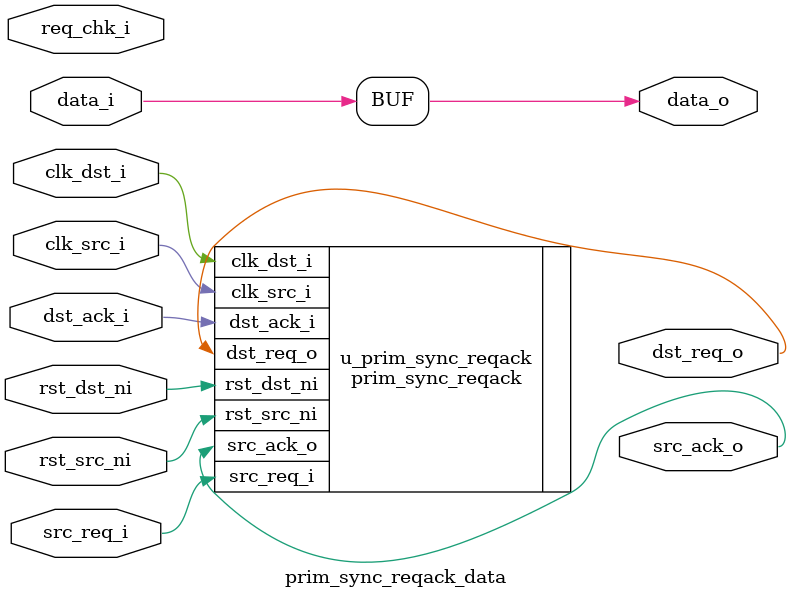
<source format=sv>

module prim_sync_reqack_data #(
  parameter int unsigned Width       = 1,
  parameter bit          DataSrc2Dst = 1'b1, // Direction of data flow: 1'b1 = SRC to DST,
                                             //                         1'b0 = DST to SRC
  parameter bit          DataReg     = 1'b0  // Enable optional register stage for data,
                                             // only usable with DataSrc2Dst == 1'b0.
) (
  input  clk_src_i,       // REQ side, SRC domain
  input  rst_src_ni,      // REQ side, SRC domain
  input  clk_dst_i,       // ACK side, DST domain
  input  rst_dst_ni,      // ACK side, DST domain

  input  logic req_chk_i, // Used for gating assertions. Drive to 1 during normal operation.

  input  logic src_req_i, // REQ side, SRC domain
  output logic src_ack_o, // REQ side, SRC domain
  output logic dst_req_o, // ACK side, DST domain
  input  logic dst_ack_i, // ACK side, DST domain

  input  logic [Width-1:0] data_i,
  output logic [Width-1:0] data_o
);

  ////////////////////////////////////
  // REQ/ACK synchronizer primitive //
  ////////////////////////////////////
  prim_sync_reqack u_prim_sync_reqack (
    .clk_src_i,
    .rst_src_ni,
    .clk_dst_i,
    .rst_dst_ni,
    .src_req_i,
    .src_ack_o,
    .dst_req_o,
    .dst_ack_i
  );

  /////////////////////////
  // Data register stage //
  /////////////////////////
  // Optional - Only relevant if the data flows from DST to SRC. In this case, it must be ensured
  // that the data remains stable until the ACK becomes visible in the SRC domain.
  //
  // Note that for larger data widths, it is recommended to adjust the data sender to hold the data
  // stable until the next REQ in order to save the cost of this register stage.
  if (DataSrc2Dst == 1'b0 && DataReg == 1'b1) begin : gen_data_reg
    logic             data_we;
    logic [Width-1:0] data_d, data_q;

    // Sample the data when seing the REQ/ACK handshake in the DST domain.
    assign data_we = dst_req_o & dst_ack_i;
    assign data_d  = data_i;
    always_ff @(posedge clk_dst_i or negedge rst_dst_ni) begin
      if (!rst_dst_ni) begin
        data_q <= '0;
      end else if (data_we) begin
        data_q <= data_d;
      end
    end
    assign data_o = data_q;

  end else begin : gen_no_data_reg
    // Just feed through the data.
    assign data_o = data_i;
  end

  ////////////////
  // Assertions //
  ////////////////
  if (DataSrc2Dst == 1'b1) begin : gen_assert_data_src2dst
    // SRC domain cannot change data while waiting for ACK.
 
  end else if (DataSrc2Dst == 1'b0 && DataReg == 1'b0) begin : gen_assert_data_dst2src
    // DST domain shall not change data while waiting for SRC domain to latch it (together with
    // receiving ACK). It takes 2 SRC cycles for ACK to cross over from DST to SRC, and 1 SRC cycle
    // for the next REQ to cross over from SRC to DST.
    //
    // Denote the src clock where REQ & ACK as time zero. The data flowing through the CDC could be
    // corrupted if data_o was not stable over the previous 2 clock cycles (so we want to check time
    // points -2, -1 and 0). Moreover, the DST domain cannot know that it is allowed to change value
    // until at least one more SRC cycle (the time taken for REQ to cross back from SRC to DST).
    //
    // To make this assertion, we will sample at each of 4 time points (-2, -1, 0 and +1), asserting
    // that data_o is equal at each of these times. Note this won't detect glitches at intermediate
    // timepoints.
    //
    // The SVAs below are designed not to consume time, which means that they can be disabled with
    // an $assertoff(..) and won't linger to fail later. This wouldn't work properly if we used
    // something like |=> instead of the $past(...) function. That means that we have to trigger at
    // the "end" of the window. To make sure we don't miss a situation where the value changed at
    // time -1 (causing corruption), but reset was asserted between time 0 and 1, we split the
    // assertion into two pieces. The first (SyncReqAckDataHoldDst2SrcA) checks that data doesn't
    // change in a way that could cause data corruption. The second (SyncReqAckDataHoldDst2SrcB)
 
  end

endmodule

</source>
